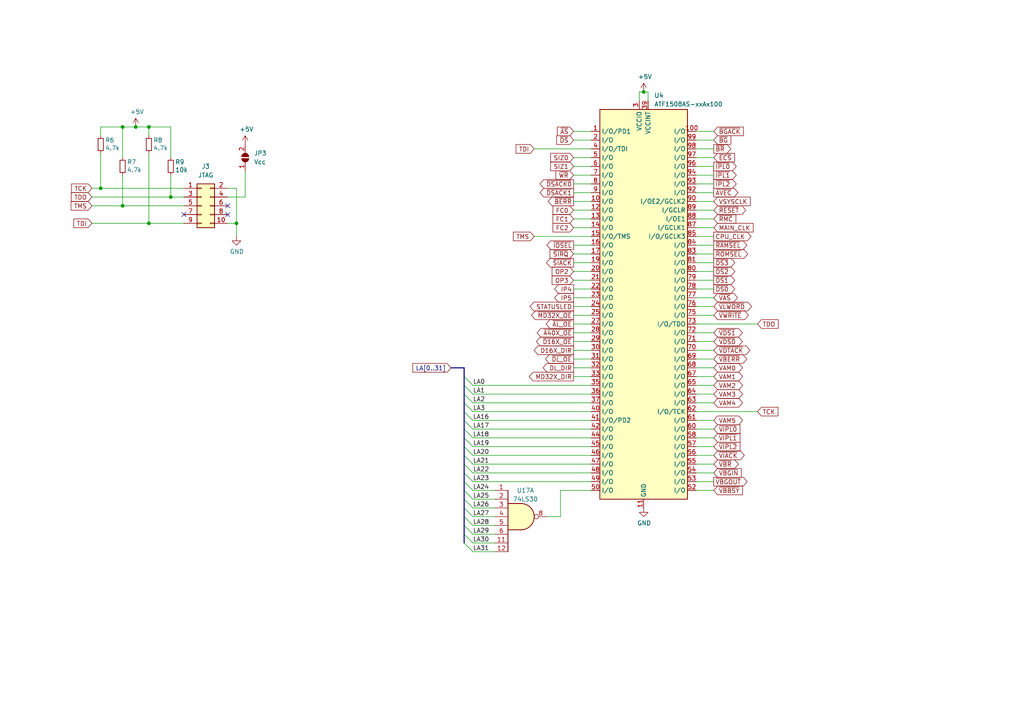
<source format=kicad_sch>
(kicad_sch (version 20231120) (generator "eeschema") (generator_version "8.0")
  (paper "A4")
  (title_block (title "k30p-VME") (rev "1"))
  (lib_symbols
    (symbol "74xx:74LS30" (pin_names (offset 1.016))
      (property "Reference" "U" (at 0 1.27 0))
      (property "Value" "74LS30" (at 0 -1.27 0))
      (symbol "74LS30_1_1"
        (arc (start 0 -3.81) (mid 3.7934 0) (end 0 3.81) (stroke (width 0.254)) (fill (type background)))
        (polyline (pts (xy -3.81 7.62) (xy -3.81 -10.16)) (stroke (width 0.254)))
        (polyline (pts (xy 0 3.81) (xy -3.81 3.81) (xy -3.81 -3.81) (xy 0 -3.81)) (stroke (width 0.254)) (fill (type background)))
        (pin input line (at -7.62 7.62 0) (length 3.81) (name "~") (number "1"))
        (pin input line (at -7.62 -7.62 0) (length 3.81) (name "~") (number "11"))
        (pin input line (at -7.62 -10.16 0) (length 3.81) (name "~") (number "12"))
        (pin input line (at -7.62 5.08 0) (length 3.81) (name "~") (number "2"))
        (pin input line (at -7.62 2.54 0) (length 3.81) (name "~") (number "3"))
        (pin input line (at -7.62 0 0) (length 3.81) (name "~") (number "4"))
        (pin input line (at -7.62 -2.54 0) (length 3.81) (name "~") (number "5"))
        (pin input line (at -7.62 -5.08 0) (length 3.81) (name "~") (number "6"))
        (pin output inverted (at 7.62 0 180) (length 3.81) (name "~") (number "8"))
      )
      (symbol "74LS30_1_2"
        (arc (start -3.81 -3.81) (mid -2.589 0) (end -3.81 3.81) (stroke (width 0.254)))
        (arc (start -0.6096 -3.81) (mid 2.1842 -2.5851) (end 3.81 0) (stroke (width 0.254)) (fill (type background)))
        (polyline (pts (xy -3.81 -3.81) (xy -3.81 -10.16)) (stroke (width 0.254)))
        (polyline (pts (xy -3.81 -3.81) (xy -0.635 -3.81)) (stroke (width 0.254)) (fill (type background)))
        (polyline (pts (xy -3.81 3.81) (xy -0.635 3.81)) (stroke (width 0.254)) (fill (type background)))
        (polyline (pts (xy -3.81 7.62) (xy -3.81 3.81)) (stroke (width 0.254)))
        (polyline (pts (xy -0.635 3.81) (xy -3.81 3.81) (xy -3.81 3.81) (xy -3.556 3.4036) (xy -3.0226 2.2606) (xy -2.6924 1.0414) (xy -2.6162 -0.254) (xy -2.7686 -1.4986) (xy -3.175 -2.7178) (xy -3.81 -3.81) (xy -3.81 -3.81) (xy -0.635 -3.81)) (stroke (width -25.4)) (fill (type background)))
        (arc (start 3.81 0) (mid 2.1915 2.5936) (end -0.6096 3.81) (stroke (width 0.254)) (fill (type background)))
        (pin input inverted (at -7.62 7.62 0) (length 3.81) (name "~") (number "1"))
        (pin input inverted (at -7.62 -7.62 0) (length 3.81) (name "~") (number "11"))
        (pin input inverted (at -7.62 -10.16 0) (length 3.81) (name "~") (number "12"))
        (pin input inverted (at -7.62 5.08 0) (length 3.81) (name "~") (number "2"))
        (pin input inverted (at -7.62 2.54 0) (length 4.5466) (name "~") (number "3"))
        (pin input inverted (at -7.62 0 0) (length 5.08) (name "~") (number "4"))
        (pin input inverted (at -7.62 -2.54 0) (length 4.5466) (name "~") (number "5"))
        (pin input inverted (at -7.62 -5.08 0) (length 3.81) (name "~") (number "6"))
        (pin output line (at 7.62 0 180) (length 3.81) (name "~") (number "8"))
      )
      (symbol "74LS30_2_0"
        (pin power_in line (at 0 12.7 270) (length 5.08) (name "VCC") (number "14"))
        (pin power_in line (at 0 -12.7 90) (length 5.08) (name "GND") (number "7"))
      )
      (symbol "74LS30_2_1"
        (rectangle (start -5.08 7.62) (end 5.08 -7.62) (stroke (width 0.254)) (fill (type background)))
      )
    )
    (symbol "Computie_CPLDs:ATF1508AS-xxAx100"
      (property "Reference" "U" (at -12.7 55.88 0))
      (property "Value" "ATF1508AS-xxAx100" (at 22.86 55.88 0))
      (symbol "ATF1508AS-xxAx100_0_1"
        (rectangle (start -12.7 54.61) (end 12.7 -58.42) (stroke (width 0.254)) (fill (type background)))
      )
      (symbol "ATF1508AS-xxAx100_1_1"
        (pin bidirectional line (at -15.24 48.26 0) (length 2.54) (name "I/O/PD1") (number "1"))
        (pin bidirectional line (at -15.24 27.94 0) (length 2.54) (name "I/O") (number "10"))
        (pin bidirectional line (at 15.24 48.26 180) (length 2.54) (name "I/O") (number "100"))
        (pin power_in line (at 0 -60.96 90) (length 2.54) (name "GND") (number "11"))
        (pin bidirectional line (at -15.24 25.4 0) (length 2.54) (name "I/O") (number "12"))
        (pin bidirectional line (at -15.24 22.86 0) (length 2.54) (name "I/O") (number "13"))
        (pin bidirectional line (at -15.24 20.32 0) (length 2.54) (name "I/O") (number "14"))
        (pin bidirectional line (at -15.24 17.78 0) (length 2.54) (name "I/O/TMS") (number "15"))
        (pin bidirectional line (at -15.24 15.24 0) (length 2.54) (name "I/O") (number "16"))
        (pin bidirectional line (at -15.24 12.7 0) (length 2.54) (name "I/O") (number "17"))
        (pin passive line (at -1.27 57.15 270) (length 2.54) hide (name "VCCIO") (number "18"))
        (pin bidirectional line (at -15.24 10.16 0) (length 2.54) (name "I/O") (number "19"))
        (pin bidirectional line (at -15.24 45.72 0) (length 2.54) (name "I/O") (number "2"))
        (pin bidirectional line (at -15.24 7.62 0) (length 2.54) (name "I/O") (number "20"))
        (pin bidirectional line (at -15.24 5.08 0) (length 2.54) (name "I/O") (number "21"))
        (pin bidirectional line (at -15.24 2.54 0) (length 2.54) (name "I/O") (number "22"))
        (pin bidirectional line (at -15.24 0 0) (length 2.54) (name "I/O") (number "23"))
        (pin bidirectional line (at -15.24 -2.54 0) (length 2.54) (name "I/O") (number "24"))
        (pin bidirectional line (at -15.24 -5.08 0) (length 2.54) (name "I/O") (number "25"))
        (pin passive line (at 0 -60.96 90) (length 2.54) hide (name "GND") (number "26"))
        (pin bidirectional line (at -15.24 -7.62 0) (length 2.54) (name "I/O") (number "27"))
        (pin bidirectional line (at -15.24 -10.16 0) (length 2.54) (name "I/O") (number "28"))
        (pin bidirectional line (at -15.24 -12.7 0) (length 2.54) (name "I/O") (number "29"))
        (pin power_in line (at -1.27 57.15 270) (length 2.54) (name "VCCIO") (number "3"))
        (pin bidirectional line (at -15.24 -15.24 0) (length 2.54) (name "I/O") (number "30"))
        (pin bidirectional line (at -15.24 -17.78 0) (length 2.54) (name "I/O") (number "31"))
        (pin bidirectional line (at -15.24 -20.32 0) (length 2.54) (name "I/O") (number "32"))
        (pin bidirectional line (at -15.24 -22.86 0) (length 2.54) (name "I/O") (number "33"))
        (pin passive line (at -1.27 57.15 270) (length 2.54) hide (name "VCCIO") (number "34"))
        (pin bidirectional line (at -15.24 -25.4 0) (length 2.54) (name "I/O") (number "35"))
        (pin bidirectional line (at -15.24 -27.94 0) (length 2.54) (name "I/O") (number "36"))
        (pin bidirectional line (at -15.24 -30.48 0) (length 2.54) (name "I/O") (number "37"))
        (pin passive line (at 0 -60.96 90) (length 2.54) hide (name "GND") (number "38"))
        (pin power_in line (at 1.27 57.15 270) (length 2.54) (name "VCCINT") (number "39"))
        (pin bidirectional line (at -15.24 43.18 0) (length 2.54) (name "I/O/TDI") (number "4"))
        (pin bidirectional line (at -15.24 -33.02 0) (length 2.54) (name "I/O") (number "40"))
        (pin bidirectional line (at -15.24 -35.56 0) (length 2.54) (name "I/O/PD2") (number "41"))
        (pin bidirectional line (at -15.24 -38.1 0) (length 2.54) (name "I/O") (number "42"))
        (pin passive line (at 0 -60.96 90) (length 2.54) hide (name "GND") (number "43"))
        (pin bidirectional line (at -15.24 -40.64 0) (length 2.54) (name "I/O") (number "44"))
        (pin bidirectional line (at -15.24 -43.18 0) (length 2.54) (name "I/O") (number "45"))
        (pin bidirectional line (at -15.24 -45.72 0) (length 2.54) (name "I/O") (number "46"))
        (pin bidirectional line (at -15.24 -48.26 0) (length 2.54) (name "I/O") (number "47"))
        (pin bidirectional line (at -15.24 -50.8 0) (length 2.54) (name "I/O") (number "48"))
        (pin bidirectional line (at -15.24 -53.34 0) (length 2.54) (name "I/O") (number "49"))
        (pin bidirectional line (at -15.24 40.64 0) (length 2.54) (name "I/O") (number "5"))
        (pin bidirectional line (at -15.24 -55.88 0) (length 2.54) (name "I/O") (number "50"))
        (pin passive line (at -1.27 57.15 270) (length 2.54) hide (name "VCCIO") (number "51"))
        (pin bidirectional line (at 15.24 -55.88 180) (length 2.54) (name "I/O") (number "52"))
        (pin bidirectional line (at 15.24 -53.34 180) (length 2.54) (name "I/O") (number "53"))
        (pin bidirectional line (at 15.24 -50.8 180) (length 2.54) (name "I/O") (number "54"))
        (pin bidirectional line (at 15.24 -48.26 180) (length 2.54) (name "I/O") (number "55"))
        (pin bidirectional line (at 15.24 -45.72 180) (length 2.54) (name "I/O") (number "56"))
        (pin bidirectional line (at 15.24 -43.18 180) (length 2.54) (name "I/O") (number "57"))
        (pin bidirectional line (at 15.24 -40.64 180) (length 2.54) (name "I/O") (number "58"))
        (pin passive line (at 0 -60.96 90) (length 2.54) hide (name "GND") (number "59"))
        (pin bidirectional line (at -15.24 38.1 0) (length 2.54) (name "I/O") (number "6"))
        (pin bidirectional line (at 15.24 -38.1 180) (length 2.54) (name "I/O") (number "60"))
        (pin bidirectional line (at 15.24 -35.56 180) (length 2.54) (name "I/O") (number "61"))
        (pin bidirectional line (at 15.24 -33.02 180) (length 2.54) (name "I/O/TCK") (number "62"))
        (pin bidirectional line (at 15.24 -30.48 180) (length 2.54) (name "I/O") (number "63"))
        (pin bidirectional line (at 15.24 -27.94 180) (length 2.54) (name "I/O") (number "64"))
        (pin bidirectional line (at 15.24 -25.4 180) (length 2.54) (name "I/O") (number "65"))
        (pin passive line (at -1.27 57.15 270) (length 2.54) hide (name "VCCIO") (number "66"))
        (pin bidirectional line (at 15.24 -22.86 180) (length 2.54) (name "I/O") (number "67"))
        (pin bidirectional line (at 15.24 -20.32 180) (length 2.54) (name "I/O") (number "68"))
        (pin bidirectional line (at 15.24 -17.78 180) (length 2.54) (name "I/O") (number "69"))
        (pin bidirectional line (at -15.24 35.56 0) (length 2.54) (name "I/O") (number "7"))
        (pin bidirectional line (at 15.24 -15.24 180) (length 2.54) (name "I/O") (number "70"))
        (pin bidirectional line (at 15.24 -12.7 180) (length 2.54) (name "I/O") (number "71"))
        (pin bidirectional line (at 15.24 -10.16 180) (length 2.54) (name "I/O") (number "72"))
        (pin bidirectional line (at 15.24 -7.62 180) (length 2.54) (name "I/O/TDO") (number "73"))
        (pin passive line (at 0 -60.96 90) (length 2.54) hide (name "GND") (number "74"))
        (pin bidirectional line (at 15.24 -5.08 180) (length 2.54) (name "I/O") (number "75"))
        (pin bidirectional line (at 15.24 -2.54 180) (length 2.54) (name "I/O") (number "76"))
        (pin bidirectional line (at 15.24 0 180) (length 2.54) (name "I/O") (number "77"))
        (pin bidirectional line (at 15.24 2.54 180) (length 2.54) (name "I/O") (number "78"))
        (pin bidirectional line (at 15.24 5.08 180) (length 2.54) (name "I/O") (number "79"))
        (pin bidirectional line (at -15.24 33.02 0) (length 2.54) (name "I/O") (number "8"))
        (pin bidirectional line (at 15.24 7.62 180) (length 2.54) (name "I/O") (number "80"))
        (pin bidirectional line (at 15.24 10.16 180) (length 2.54) (name "I/O") (number "81"))
        (pin passive line (at -1.27 57.15 270) (length 2.54) hide (name "VCCIO") (number "82"))
        (pin bidirectional line (at 15.24 12.7 180) (length 2.54) (name "I/O") (number "83"))
        (pin bidirectional line (at 15.24 15.24 180) (length 2.54) (name "I/O") (number "84"))
        (pin bidirectional line (at 15.24 17.78 180) (length 2.54) (name "I/O/GCLK3") (number "85"))
        (pin passive line (at 0 -60.96 90) (length 2.54) hide (name "GND") (number "86"))
        (pin input line (at 15.24 20.32 180) (length 2.54) (name "I/GCLK1") (number "87"))
        (pin input line (at 15.24 22.86 180) (length 2.54) (name "I/OE1") (number "88"))
        (pin input line (at 15.24 25.4 180) (length 2.54) (name "I/GCLR") (number "89"))
        (pin bidirectional line (at -15.24 30.48 0) (length 2.54) (name "I/O") (number "9"))
        (pin input line (at 15.24 27.94 180) (length 2.54) (name "I/OE2/GCLK2") (number "90"))
        (pin passive line (at 1.27 57.15 270) (length 2.54) hide (name "VCCINT") (number "91"))
        (pin bidirectional line (at 15.24 30.48 180) (length 2.54) (name "I/O") (number "92"))
        (pin bidirectional line (at 15.24 33.02 180) (length 2.54) (name "I/O") (number "93"))
        (pin bidirectional line (at 15.24 35.56 180) (length 2.54) (name "I/O") (number "94"))
        (pin passive line (at 0 -60.96 90) (length 2.54) hide (name "GND") (number "95"))
        (pin bidirectional line (at 15.24 38.1 180) (length 2.54) (name "I/O") (number "96"))
        (pin bidirectional line (at 15.24 40.64 180) (length 2.54) (name "I/O") (number "97"))
        (pin bidirectional line (at 15.24 43.18 180) (length 2.54) (name "I/O") (number "98"))
        (pin bidirectional line (at 15.24 45.72 180) (length 2.54) (name "I/O") (number "99"))
      )
    )
    (symbol "Connector_Generic:Conn_02x05_Odd_Even" (pin_names (offset 1.016) hide)
      (property "Reference" "J" (at 1.27 7.62 0))
      (property "Value" "Conn_02x05_Odd_Even" (at 1.27 -7.62 0))
      (symbol "Conn_02x05_Odd_Even_1_1"
        (rectangle (start -1.27 -4.953) (end 0 -5.207) (stroke (width 0.1524)))
        (rectangle (start -1.27 -2.413) (end 0 -2.667) (stroke (width 0.1524)))
        (rectangle (start -1.27 0.127) (end 0 -0.127) (stroke (width 0.1524)))
        (rectangle (start -1.27 2.667) (end 0 2.413) (stroke (width 0.1524)))
        (rectangle (start -1.27 5.207) (end 0 4.953) (stroke (width 0.1524)))
        (rectangle (start -1.27 6.35) (end 3.81 -6.35) (stroke (width 0.254)) (fill (type background)))
        (rectangle (start 3.81 -4.953) (end 2.54 -5.207) (stroke (width 0.1524)))
        (rectangle (start 3.81 -2.413) (end 2.54 -2.667) (stroke (width 0.1524)))
        (rectangle (start 3.81 0.127) (end 2.54 -0.127) (stroke (width 0.1524)))
        (rectangle (start 3.81 2.667) (end 2.54 2.413) (stroke (width 0.1524)))
        (rectangle (start 3.81 5.207) (end 2.54 4.953) (stroke (width 0.1524)))
        (pin passive line (at -5.08 5.08 0) (length 3.81) (name "Pin_1") (number "1"))
        (pin passive line (at 7.62 -5.08 180) (length 3.81) (name "Pin_10") (number "10"))
        (pin passive line (at 7.62 5.08 180) (length 3.81) (name "Pin_2") (number "2"))
        (pin passive line (at -5.08 2.54 0) (length 3.81) (name "Pin_3") (number "3"))
        (pin passive line (at 7.62 2.54 180) (length 3.81) (name "Pin_4") (number "4"))
        (pin passive line (at -5.08 0 0) (length 3.81) (name "Pin_5") (number "5"))
        (pin passive line (at 7.62 0 180) (length 3.81) (name "Pin_6") (number "6"))
        (pin passive line (at -5.08 -2.54 0) (length 3.81) (name "Pin_7") (number "7"))
        (pin passive line (at 7.62 -2.54 180) (length 3.81) (name "Pin_8") (number "8"))
        (pin passive line (at -5.08 -5.08 0) (length 3.81) (name "Pin_9") (number "9"))
      )
    )
    (symbol "Device:R_Small" (pin_numbers hide) (pin_names (offset 0.254) hide)
      (property "Reference" "R" (at 0.762 0.508 0))
      (property "Value" "R_Small" (at 0.762 -1.016 0))
      (symbol "R_Small_0_1"
        (rectangle (start -0.762 1.778) (end 0.762 -1.778) (stroke (width 0.2032)))
      )
      (symbol "R_Small_1_1"
        (pin passive line (at 0 2.54 270) (length 0.762) (name "~") (number "1"))
        (pin passive line (at 0 -2.54 90) (length 0.762) (name "~") (number "2"))
      )
    )
    (symbol "Jumper:SolderJumper_2_Open" (pin_names (offset 0) hide)
      (property "Reference" "JP" (at 0 2.032 0))
      (property "Value" "SolderJumper_2_Open" (at 0 -2.54 0))
      (symbol "SolderJumper_2_Open_0_1"
        (arc (start -0.254 1.016) (mid -1.2656 0) (end -0.254 -1.016))
        (arc (start -0.254 1.016) (mid -1.2656 0) (end -0.254 -1.016) (fill (type outline)))
        (polyline (pts (xy -0.254 1.016) (xy -0.254 -1.016)))
        (polyline (pts (xy 0.254 1.016) (xy 0.254 -1.016)))
        (arc (start 0.254 -1.016) (mid 1.2656 0) (end 0.254 1.016))
        (arc (start 0.254 -1.016) (mid 1.2656 0) (end 0.254 1.016) (fill (type outline)))
      )
      (symbol "SolderJumper_2_Open_1_1"
        (pin passive line (at -3.81 0 0) (length 2.54) (name "A") (number "1"))
        (pin passive line (at 3.81 0 180) (length 2.54) (name "B") (number "2"))
      )
    )
    (symbol "power:+5V" (power) (pin_numbers hide) (pin_names (offset 0) hide)
      (property "Value" "+5V" (at 0 3.556 0))
      (symbol "+5V_0_1"
        (polyline (pts (xy -0.762 1.27) (xy 0 2.54)))
        (polyline (pts (xy 0 0) (xy 0 2.54)))
        (polyline (pts (xy 0 2.54) (xy 0.762 1.27)))
      )
      (symbol "+5V_1_1"
        (pin power_in line (at 0 0 90) (length 0) (name "~") (number "1"))
      )
    )
    (symbol "power:GND" (power) (pin_numbers hide) (pin_names (offset 0) hide)
      (property "Value" "GND" (at 0 -3.81 0))
      (symbol "GND_0_1"
        (polyline (pts (xy 0 0) (xy 0 -1.27) (xy 1.27 -1.27) (xy 0 -2.54) (xy -1.27 -1.27) (xy 0 -1.27)))
      )
      (symbol "GND_1_1"
        (pin power_in line (at 0 0 270) (length 0) (name "~") (number "1"))
      )
    )
  )
  (junction (at 39.37 36.83))
  (junction (at 49.53 57.15))
  (junction (at 35.56 36.83))
  (junction (at 43.18 36.83))
  (junction (at 43.18 64.77))
  (junction (at 186.69 26.67))
  (junction (at 68.58 64.77))
  (junction (at 29.21 54.61))
  (junction (at 35.56 59.69))
  (no_connect (at 53.34 62.23))
  (no_connect (at 66.04 62.23))
  (no_connect (at 66.04 59.69))
  (bus_entry (at 134.62 147.32) (size 2.54 2.54))
  (bus_entry (at 134.62 116.84) (size 2.54 2.54))
  (bus_entry (at 134.62 111.76) (size 2.54 2.54))
  (bus_entry (at 134.62 132.08) (size 2.54 2.54))
  (bus_entry (at 134.62 114.3) (size 2.54 2.54))
  (bus_entry (at 134.62 127) (size 2.54 2.54))
  (bus_entry (at 134.62 121.92) (size 2.54 2.54))
  (bus_entry (at 134.62 149.86) (size 2.54 2.54))
  (bus_entry (at 134.62 152.4) (size 2.54 2.54))
  (bus_entry (at 134.62 109.22) (size 2.54 2.54))
  (bus_entry (at 134.62 157.48) (size 2.54 2.54))
  (bus_entry (at 134.62 137.16) (size 2.54 2.54))
  (bus_entry (at 134.62 154.94) (size 2.54 2.54))
  (bus_entry (at 134.62 134.62) (size 2.54 2.54))
  (bus_entry (at 134.62 129.54) (size 2.54 2.54))
  (bus_entry (at 134.62 144.78) (size 2.54 2.54))
  (bus_entry (at 134.62 119.38) (size 2.54 2.54))
  (bus_entry (at 134.62 124.46) (size 2.54 2.54))
  (bus_entry (at 134.62 142.24) (size 2.54 2.54))
  (bus_entry (at 134.62 139.7) (size 2.54 2.54))
  (wire (pts (xy 201.93 139.7) (xy 207.01 139.7)))
  (wire (pts (xy 137.16 127) (xy 171.45 127)))
  (wire (pts (xy 66.04 57.15) (xy 71.12 57.15)))
  (wire (pts (xy 187.96 29.21) (xy 187.96 26.67)))
  (wire (pts (xy 171.45 109.22) (xy 166.37 109.22)))
  (wire (pts (xy 166.37 58.42) (xy 171.45 58.42)))
  (wire (pts (xy 39.37 36.83) (xy 43.18 36.83)))
  (bus (pts (xy 134.62 119.38) (xy 134.62 121.92)))
  (wire (pts (xy 68.58 64.77) (xy 68.58 68.58)))
  (bus (pts (xy 134.62 147.32) (xy 134.62 149.86)))
  (wire (pts (xy 201.93 127) (xy 207.01 127)))
  (wire (pts (xy 171.45 78.74) (xy 166.37 78.74)))
  (bus (pts (xy 130.81 106.68) (xy 134.62 106.68)))
  (bus (pts (xy 134.62 121.92) (xy 134.62 124.46)))
  (wire (pts (xy 207.01 43.18) (xy 201.93 43.18)))
  (wire (pts (xy 137.16 124.46) (xy 171.45 124.46)))
  (wire (pts (xy 166.37 76.2) (xy 171.45 76.2)))
  (wire (pts (xy 166.37 55.88) (xy 171.45 55.88)))
  (wire (pts (xy 29.21 54.61) (xy 26.67 54.61)))
  (wire (pts (xy 207.01 50.8) (xy 201.93 50.8)))
  (wire (pts (xy 201.93 101.6) (xy 207.01 101.6)))
  (wire (pts (xy 71.12 49.53) (xy 71.12 57.15)))
  (wire (pts (xy 26.67 64.77) (xy 43.18 64.77)))
  (wire (pts (xy 162.56 149.86) (xy 162.56 142.24)))
  (wire (pts (xy 201.93 109.22) (xy 207.01 109.22)))
  (wire (pts (xy 166.37 66.04) (xy 171.45 66.04)))
  (wire (pts (xy 201.93 45.72) (xy 207.01 45.72)))
  (wire (pts (xy 137.16 129.54) (xy 171.45 129.54)))
  (wire (pts (xy 66.04 54.61) (xy 68.58 54.61)))
  (wire (pts (xy 137.16 139.7) (xy 171.45 139.7)))
  (wire (pts (xy 201.93 58.42) (xy 207.01 58.42)))
  (bus (pts (xy 134.62 124.46) (xy 134.62 127)))
  (wire (pts (xy 201.93 121.92) (xy 207.01 121.92)))
  (wire (pts (xy 43.18 64.77) (xy 53.34 64.77)))
  (wire (pts (xy 171.45 93.98) (xy 166.37 93.98)))
  (wire (pts (xy 171.45 101.6) (xy 166.37 101.6)))
  (wire (pts (xy 207.01 48.26) (xy 201.93 48.26)))
  (wire (pts (xy 171.45 88.9) (xy 166.37 88.9)))
  (wire (pts (xy 29.21 39.37) (xy 29.21 36.83)))
  (wire (pts (xy 35.56 59.69) (xy 53.34 59.69)))
  (bus (pts (xy 134.62 114.3) (xy 134.62 116.84)))
  (wire (pts (xy 43.18 36.83) (xy 43.18 39.37)))
  (wire (pts (xy 201.93 106.68) (xy 207.01 106.68)))
  (wire (pts (xy 207.01 40.64) (xy 201.93 40.64)))
  (wire (pts (xy 137.16 144.78) (xy 143.51 144.78)))
  (wire (pts (xy 207.01 53.34) (xy 201.93 53.34)))
  (wire (pts (xy 137.16 111.76) (xy 171.45 111.76)))
  (bus (pts (xy 134.62 137.16) (xy 134.62 139.7)))
  (bus (pts (xy 134.62 111.76) (xy 134.62 114.3)))
  (wire (pts (xy 201.93 88.9) (xy 207.01 88.9)))
  (wire (pts (xy 201.93 68.58) (xy 207.01 68.58)))
  (wire (pts (xy 201.93 129.54) (xy 207.01 129.54)))
  (wire (pts (xy 29.21 54.61) (xy 53.34 54.61)))
  (bus (pts (xy 134.62 109.22) (xy 134.62 111.76)))
  (wire (pts (xy 171.45 106.68) (xy 166.37 106.68)))
  (bus (pts (xy 134.62 142.24) (xy 134.62 144.78)))
  (wire (pts (xy 137.16 152.4) (xy 143.51 152.4)))
  (wire (pts (xy 166.37 40.64) (xy 171.45 40.64)))
  (wire (pts (xy 166.37 60.96) (xy 171.45 60.96)))
  (wire (pts (xy 201.93 96.52) (xy 207.01 96.52)))
  (wire (pts (xy 137.16 160.02) (xy 143.51 160.02)))
  (wire (pts (xy 201.93 66.04) (xy 207.01 66.04)))
  (wire (pts (xy 219.71 93.98) (xy 201.93 93.98)))
  (bus (pts (xy 134.62 116.84) (xy 134.62 119.38)))
  (wire (pts (xy 171.45 86.36) (xy 166.37 86.36)))
  (wire (pts (xy 201.93 60.96) (xy 207.01 60.96)))
  (wire (pts (xy 137.16 149.86) (xy 143.51 149.86)))
  (wire (pts (xy 137.16 142.24) (xy 143.51 142.24)))
  (wire (pts (xy 201.93 116.84) (xy 207.01 116.84)))
  (wire (pts (xy 207.01 73.66) (xy 201.93 73.66)))
  (wire (pts (xy 201.93 114.3) (xy 207.01 114.3)))
  (wire (pts (xy 166.37 50.8) (xy 171.45 50.8)))
  (wire (pts (xy 201.93 142.24) (xy 207.01 142.24)))
  (wire (pts (xy 207.01 71.12) (xy 201.93 71.12)))
  (wire (pts (xy 201.93 99.06) (xy 207.01 99.06)))
  (wire (pts (xy 35.56 59.69) (xy 26.67 59.69)))
  (wire (pts (xy 68.58 54.61) (xy 68.58 64.77)))
  (wire (pts (xy 137.16 137.16) (xy 171.45 137.16)))
  (wire (pts (xy 201.93 134.62) (xy 207.01 134.62)))
  (bus (pts (xy 134.62 106.68) (xy 134.62 109.22)))
  (wire (pts (xy 171.45 83.82) (xy 166.37 83.82)))
  (wire (pts (xy 166.37 71.12) (xy 171.45 71.12)))
  (wire (pts (xy 137.16 121.92) (xy 171.45 121.92)))
  (bus (pts (xy 134.62 154.94) (xy 134.62 157.48)))
  (wire (pts (xy 49.53 50.8) (xy 49.53 57.15)))
  (wire (pts (xy 137.16 116.84) (xy 171.45 116.84)))
  (wire (pts (xy 207.01 78.74) (xy 201.93 78.74)))
  (wire (pts (xy 137.16 157.48) (xy 143.51 157.48)))
  (wire (pts (xy 49.53 57.15) (xy 53.34 57.15)))
  (wire (pts (xy 166.37 53.34) (xy 171.45 53.34)))
  (wire (pts (xy 66.04 64.77) (xy 68.58 64.77)))
  (bus (pts (xy 134.62 129.54) (xy 134.62 132.08)))
  (wire (pts (xy 43.18 44.45) (xy 43.18 64.77)))
  (wire (pts (xy 207.01 83.82) (xy 201.93 83.82)))
  (wire (pts (xy 207.01 55.88) (xy 201.93 55.88)))
  (wire (pts (xy 137.16 119.38) (xy 171.45 119.38)))
  (wire (pts (xy 201.93 124.46) (xy 207.01 124.46)))
  (bus (pts (xy 134.62 149.86) (xy 134.62 152.4)))
  (bus (pts (xy 134.62 139.7) (xy 134.62 142.24)))
  (wire (pts (xy 166.37 38.1) (xy 171.45 38.1)))
  (wire (pts (xy 35.56 50.8) (xy 35.56 59.69)))
  (bus (pts (xy 134.62 127) (xy 134.62 129.54)))
  (wire (pts (xy 137.16 134.62) (xy 171.45 134.62)))
  (wire (pts (xy 171.45 96.52) (xy 166.37 96.52)))
  (wire (pts (xy 162.56 142.24) (xy 171.45 142.24)))
  (wire (pts (xy 166.37 63.5) (xy 171.45 63.5)))
  (wire (pts (xy 201.93 119.38) (xy 219.71 119.38)))
  (wire (pts (xy 207.01 81.28) (xy 201.93 81.28)))
  (wire (pts (xy 137.16 147.32) (xy 143.51 147.32)))
  (wire (pts (xy 201.93 104.14) (xy 207.01 104.14)))
  (wire (pts (xy 207.01 38.1) (xy 201.93 38.1)))
  (wire (pts (xy 137.16 114.3) (xy 171.45 114.3)))
  (wire (pts (xy 137.16 154.94) (xy 143.51 154.94)))
  (wire (pts (xy 29.21 44.45) (xy 29.21 54.61)))
  (wire (pts (xy 166.37 73.66) (xy 171.45 73.66)))
  (bus (pts (xy 134.62 134.62) (xy 134.62 137.16)))
  (bus (pts (xy 134.62 132.08) (xy 134.62 134.62)))
  (wire (pts (xy 158.75 149.86) (xy 162.56 149.86)))
  (wire (pts (xy 171.45 68.58) (xy 154.94 68.58)))
  (wire (pts (xy 171.45 99.06) (xy 166.37 99.06)))
  (wire (pts (xy 201.93 86.36) (xy 207.01 86.36)))
  (wire (pts (xy 171.45 104.14) (xy 166.37 104.14)))
  (wire (pts (xy 201.93 63.5) (xy 207.01 63.5)))
  (wire (pts (xy 185.42 29.21) (xy 185.42 26.67)))
  (wire (pts (xy 137.16 132.08) (xy 171.45 132.08)))
  (wire (pts (xy 49.53 45.72) (xy 49.53 36.83)))
  (wire (pts (xy 187.96 26.67) (xy 186.69 26.67)))
  (wire (pts (xy 171.45 81.28) (xy 166.37 81.28)))
  (wire (pts (xy 201.93 137.16) (xy 207.01 137.16)))
  (wire (pts (xy 201.93 111.76) (xy 207.01 111.76)))
  (wire (pts (xy 26.67 57.15) (xy 49.53 57.15)))
  (wire (pts (xy 171.45 91.44) (xy 166.37 91.44)))
  (wire (pts (xy 35.56 36.83) (xy 39.37 36.83)))
  (bus (pts (xy 134.62 152.4) (xy 134.62 154.94)))
  (wire (pts (xy 201.93 132.08) (xy 207.01 132.08)))
  (bus (pts (xy 134.62 144.78) (xy 134.62 147.32)))
  (wire (pts (xy 166.37 48.26) (xy 171.45 48.26)))
  (wire (pts (xy 154.94 43.18) (xy 171.45 43.18)))
  (wire (pts (xy 185.42 26.67) (xy 186.69 26.67)))
  (wire (pts (xy 29.21 36.83) (xy 35.56 36.83)))
  (wire (pts (xy 207.01 76.2) (xy 201.93 76.2)))
  (wire (pts (xy 35.56 36.83) (xy 35.56 45.72)))
  (wire (pts (xy 43.18 36.83) (xy 49.53 36.83)))
  (wire (pts (xy 201.93 91.44) (xy 207.01 91.44)))
  (wire (pts (xy 166.37 45.72) (xy 171.45 45.72)))
  (label "LA24" (at 137.16 142.24 0))
  (label "LA2" (at 137.16 116.84 0))
  (label "LA18" (at 137.16 127 0))
  (label "LA23" (at 137.16 139.7 0))
  (label "LA16" (at 137.16 121.92 0))
  (label "LA28" (at 137.16 152.4 0))
  (label "LA31" (at 137.16 160.02 0))
  (label "LA19" (at 137.16 129.54 0))
  (label "LA0" (at 137.16 111.76 0))
  (label "LA22" (at 137.16 137.16 0))
  (label "LA17" (at 137.16 124.46 0))
  (label "LA30" (at 137.16 157.48 0))
  (label "LA29" (at 137.16 154.94 0))
  (label "LA27" (at 137.16 149.86 0))
  (label "LA20" (at 137.16 132.08 0))
  (label "LA1" (at 137.16 114.3 0))
  (label "LA25" (at 137.16 144.78 0))
  (label "LA26" (at 137.16 147.32 0))
  (label "LA3" (at 137.16 119.38 0))
  (label "LA21" (at 137.16 134.62 0))
  (global_label "~{AVEC}" (shape output) (at 207.01 55.88 0) (property "Intersheetrefs" "${INTERSHEET_REFS}" (effects (hide yes))))
  (global_label "FC1" (shape input) (at 166.37 63.5 180) (property "Intersheetrefs" "${INTERSHEET_REFS}" (effects (hide yes))))
  (global_label "~{AS}" (shape input) (at 166.37 38.1 180) (property "Intersheetrefs" "${INTERSHEET_REFS}" (effects (hide yes))))
  (global_label "MAIN_CLK" (shape input) (at 207.01 66.04 0) (property "Intersheetrefs" "${INTERSHEET_REFS}" (effects (hide yes))))
  (global_label "~{VIPL2}" (shape input) (at 207.01 129.54 0) (property "Intersheetrefs" "${INTERSHEET_REFS}" (effects (hide yes))))
  (global_label "~{RESET}" (shape bidirectional) (at 207.01 60.96 0) (property "Intersheetrefs" "${INTERSHEET_REFS}" (effects (hide yes))))
  (global_label "TDI" (shape input) (at 154.94 43.18 180) (property "Intersheetrefs" "${INTERSHEET_REFS}" (effects (hide yes))))
  (global_label "~{VWRITE}" (shape bidirectional) (at 207.01 91.44 0) (property "Intersheetrefs" "${INTERSHEET_REFS}" (effects (hide yes))))
  (global_label "~{IPL2}" (shape output) (at 207.01 53.34 0) (property "Intersheetrefs" "${INTERSHEET_REFS}" (effects (hide yes))))
  (global_label "TDO" (shape input) (at 219.71 93.98 0) (property "Intersheetrefs" "${INTERSHEET_REFS}" (effects (hide yes))))
  (global_label "~{A40X_OE}" (shape output) (at 166.37 96.52 180) (property "Intersheetrefs" "${INTERSHEET_REFS}" (effects (hide yes))))
  (global_label "STATUSLED" (shape output) (at 166.37 88.9 180) (property "Intersheetrefs" "${INTERSHEET_REFS}" (effects (hide yes))))
  (global_label "SIZ0" (shape input) (at 166.37 45.72 180) (property "Intersheetrefs" "${INTERSHEET_REFS}" (effects (hide yes))))
  (global_label "~{BR}" (shape output) (at 207.01 43.18 0) (property "Intersheetrefs" "${INTERSHEET_REFS}" (effects (hide yes))))
  (global_label "TCK" (shape input) (at 26.67 54.61 180) (property "Intersheetrefs" "${INTERSHEET_REFS}" (effects (hide yes))))
  (global_label "~{SIRQ}" (shape input) (at 166.37 73.66 180) (property "Intersheetrefs" "${INTERSHEET_REFS}" (effects (hide yes))))
  (global_label "~{VBBSY}" (shape input) (at 207.01 142.24 0) (property "Intersheetrefs" "${INTERSHEET_REFS}" (effects (hide yes))))
  (global_label "~{IOSEL}" (shape output) (at 166.37 71.12 180) (property "Intersheetrefs" "${INTERSHEET_REFS}" (effects (hide yes))))
  (global_label "~{RMC}" (shape input) (at 207.01 63.5 0) (property "Intersheetrefs" "${INTERSHEET_REFS}" (effects (hide yes))))
  (global_label "SIZ1" (shape input) (at 166.37 48.26 180) (property "Intersheetrefs" "${INTERSHEET_REFS}" (effects (hide yes))))
  (global_label "~{VDS1}" (shape bidirectional) (at 207.01 96.52 0) (property "Intersheetrefs" "${INTERSHEET_REFS}" (effects (hide yes))))
  (global_label "VAM0" (shape bidirectional) (at 207.01 106.68 0) (property "Intersheetrefs" "${INTERSHEET_REFS}" (effects (hide yes))))
  (global_label "~{DSACK1}" (shape output) (at 166.37 55.88 180) (property "Intersheetrefs" "${INTERSHEET_REFS}" (effects (hide yes))))
  (global_label "~{DS0}" (shape output) (at 207.01 83.82 0) (property "Intersheetrefs" "${INTERSHEET_REFS}" (effects (hide yes))))
  (global_label "~{IPL0}" (shape output) (at 207.01 48.26 0) (property "Intersheetrefs" "${INTERSHEET_REFS}" (effects (hide yes))))
  (global_label "~{SIACK}" (shape output) (at 166.37 76.2 180) (property "Intersheetrefs" "${INTERSHEET_REFS}" (effects (hide yes))))
  (global_label "~{ROMSEL}" (shape output) (at 207.01 73.66 0) (property "Intersheetrefs" "${INTERSHEET_REFS}" (effects (hide yes))))
  (global_label "D16X_DIR" (shape output) (at 166.37 101.6 180) (property "Intersheetrefs" "${INTERSHEET_REFS}" (effects (hide yes))))
  (global_label "~{VBGIN}" (shape input) (at 207.01 137.16 0) (property "Intersheetrefs" "${INTERSHEET_REFS}" (effects (hide yes))))
  (global_label "TMS" (shape input) (at 26.67 59.69 180) (property "Intersheetrefs" "${INTERSHEET_REFS}" (effects (hide yes))))
  (global_label "VAM5" (shape bidirectional) (at 207.01 121.92 0) (property "Intersheetrefs" "${INTERSHEET_REFS}" (effects (hide yes))))
  (global_label "FC2" (shape input) (at 166.37 66.04 180) (property "Intersheetrefs" "${INTERSHEET_REFS}" (effects (hide yes))))
  (global_label "~{DS}" (shape input) (at 166.37 40.64 180) (property "Intersheetrefs" "${INTERSHEET_REFS}" (effects (hide yes))))
  (global_label "~{D16X_OE}" (shape output) (at 166.37 99.06 180) (property "Intersheetrefs" "${INTERSHEET_REFS}" (effects (hide yes))))
  (global_label "~{DL_OE}" (shape output) (at 166.37 104.14 180) (property "Intersheetrefs" "${INTERSHEET_REFS}" (effects (hide yes))))
  (global_label "~{MD32X_OE}" (shape output) (at 166.37 91.44 180) (property "Intersheetrefs" "${INTERSHEET_REFS}" (effects (hide yes))))
  (global_label "~{BG}" (shape input) (at 207.01 40.64 0) (property "Intersheetrefs" "${INTERSHEET_REFS}" (effects (hide yes))))
  (global_label "~{VAS}" (shape bidirectional) (at 207.01 86.36 0) (property "Intersheetrefs" "${INTERSHEET_REFS}" (effects (hide yes))))
  (global_label "FC0" (shape input) (at 166.37 60.96 180) (property "Intersheetrefs" "${INTERSHEET_REFS}" (effects (hide yes))))
  (global_label "~{DS2}" (shape output) (at 207.01 78.74 0) (property "Intersheetrefs" "${INTERSHEET_REFS}" (effects (hide yes))))
  (global_label "~{VBGOUT}" (shape output) (at 207.01 139.7 0) (property "Intersheetrefs" "${INTERSHEET_REFS}" (effects (hide yes))))
  (global_label "~{DSACK0}" (shape output) (at 166.37 53.34 180) (property "Intersheetrefs" "${INTERSHEET_REFS}" (effects (hide yes))))
  (global_label "~{VIACK}" (shape bidirectional) (at 207.01 132.08 0) (property "Intersheetrefs" "${INTERSHEET_REFS}" (effects (hide yes))))
  (global_label "~{VIPL0}" (shape input) (at 207.01 124.46 0) (property "Intersheetrefs" "${INTERSHEET_REFS}" (effects (hide yes))))
  (global_label "~{DS1}" (shape output) (at 207.01 81.28 0) (property "Intersheetrefs" "${INTERSHEET_REFS}" (effects (hide yes))))
  (global_label "~{RAMSEL}" (shape output) (at 207.01 71.12 0) (property "Intersheetrefs" "${INTERSHEET_REFS}" (effects (hide yes))))
  (global_label "IP5" (shape output) (at 166.37 86.36 180) (property "Intersheetrefs" "${INTERSHEET_REFS}" (effects (hide yes))))
  (global_label "~{VIPL1}" (shape input) (at 207.01 127 0) (property "Intersheetrefs" "${INTERSHEET_REFS}" (effects (hide yes))))
  (global_label "TDI" (shape input) (at 26.67 64.77 180) (property "Intersheetrefs" "${INTERSHEET_REFS}" (effects (hide yes))))
  (global_label "~{ECS}" (shape input) (at 207.01 45.72 0) (property "Intersheetrefs" "${INTERSHEET_REFS}" (effects (hide yes))))
  (global_label "~{VLWORD}" (shape bidirectional) (at 207.01 88.9 0) (property "Intersheetrefs" "${INTERSHEET_REFS}" (effects (hide yes))))
  (global_label "OP2" (shape input) (at 166.37 78.74 180) (property "Intersheetrefs" "${INTERSHEET_REFS}" (effects (hide yes))))
  (global_label "~{VBR}" (shape bidirectional) (at 207.01 134.62 0) (property "Intersheetrefs" "${INTERSHEET_REFS}" (effects (hide yes))))
  (global_label "~{VDS0}" (shape bidirectional) (at 207.01 99.06 0) (property "Intersheetrefs" "${INTERSHEET_REFS}" (effects (hide yes))))
  (global_label "~{VDTACK}" (shape bidirectional) (at 207.01 101.6 0) (property "Intersheetrefs" "${INTERSHEET_REFS}" (effects (hide yes))))
  (global_label "~{VBERR}" (shape bidirectional) (at 207.01 104.14 0) (property "Intersheetrefs" "${INTERSHEET_REFS}" (effects (hide yes))))
  (global_label "VAM1" (shape bidirectional) (at 207.01 109.22 0) (property "Intersheetrefs" "${INTERSHEET_REFS}" (effects (hide yes))))
  (global_label "VAM4" (shape bidirectional) (at 207.01 116.84 0) (property "Intersheetrefs" "${INTERSHEET_REFS}" (effects (hide yes))))
  (global_label "DL_DIR" (shape output) (at 166.37 106.68 180) (property "Intersheetrefs" "${INTERSHEET_REFS}" (effects (hide yes))))
  (global_label "IP4" (shape output) (at 166.37 83.82 180) (property "Intersheetrefs" "${INTERSHEET_REFS}" (effects (hide yes))))
  (global_label "CPU_CLK" (shape output) (at 207.01 68.58 0) (property "Intersheetrefs" "${INTERSHEET_REFS}" (effects (hide yes))))
  (global_label "~{DS3}" (shape output) (at 207.01 76.2 0) (property "Intersheetrefs" "${INTERSHEET_REFS}" (effects (hide yes))))
  (global_label "TMS" (shape input) (at 154.94 68.58 180) (property "Intersheetrefs" "${INTERSHEET_REFS}" (effects (hide yes))))
  (global_label "~{BGACK}" (shape input) (at 207.01 38.1 0) (property "Intersheetrefs" "${INTERSHEET_REFS}" (effects (hide yes))))
  (global_label "TDO" (shape input) (at 26.67 57.15 180) (property "Intersheetrefs" "${INTERSHEET_REFS}" (effects (hide yes))))
  (global_label "TCK" (shape input) (at 219.71 119.38 0) (property "Intersheetrefs" "${INTERSHEET_REFS}" (effects (hide yes))))
  (global_label "~{IPL1}" (shape output) (at 207.01 50.8 0) (property "Intersheetrefs" "${INTERSHEET_REFS}" (effects (hide yes))))
  (global_label "~{BERR}" (shape output) (at 166.37 58.42 180) (property "Intersheetrefs" "${INTERSHEET_REFS}" (effects (hide yes))))
  (global_label "~{AL_OE}" (shape output) (at 166.37 93.98 180) (property "Intersheetrefs" "${INTERSHEET_REFS}" (effects (hide yes))))
  (global_label "~{WR}" (shape input) (at 166.37 50.8 180) (property "Intersheetrefs" "${INTERSHEET_REFS}" (effects (hide yes))))
  (global_label "VAM2" (shape bidirectional) (at 207.01 111.76 0) (property "Intersheetrefs" "${INTERSHEET_REFS}" (effects (hide yes))))
  (global_label "MD32X_DIR" (shape output) (at 166.37 109.22 180) (property "Intersheetrefs" "${INTERSHEET_REFS}" (effects (hide yes))))
  (global_label "OP3" (shape input) (at 166.37 81.28 180) (property "Intersheetrefs" "${INTERSHEET_REFS}" (effects (hide yes))))
  (global_label "LA[0..31]" (shape input) (at 130.81 106.68 180) (property "Intersheetrefs" "${INTERSHEET_REFS}" (effects (hide yes))))
  (global_label "VSYSCLK" (shape input) (at 207.01 58.42 0) (property "Intersheetrefs" "${INTERSHEET_REFS}" (effects (hide yes))))
  (global_label "VAM3" (shape bidirectional) (at 207.01 114.3 0) (property "Intersheetrefs" "${INTERSHEET_REFS}" (effects (hide yes))))
  (symbol (lib_id "Jumper:SolderJumper_2_Open") (at 71.12 45.72 90) (unit 1) (exclude_from_sim yes) (in_bom no)
    (property "Reference" "JP3" (at 73.66 44.4499 90) (effects (justify right)))
    (property "Value" "Vcc" (at 73.66 46.9899 90) (effects (justify right)))
    (property "Footprint" "Jumper:SolderJumper-2_P1.3mm_Open_RoundedPad1.0x1.5mm" (effects (hide yes)))
    (property "Description" "Solder Jumper, 2-pole, open" (effects (hide yes)))
  )
  (symbol (lib_id "power:+5V") (at 39.37 36.83 0) (unit 1)
    (property "Reference" "#PWR014" (effects (hide yes)))
    (property "Value" "+5V" (at 39.751 32.4358 0))
    (property "Description" "Power symbol creates a global label with name \"+5V\"" (effects (hide yes)))
  )
  (symbol (lib_id "74xx:74LS30") (at 151.13 149.86 0) (unit 1)
    (property "Reference" "U17" (at 152.4 142.24 0))
    (property "Value" "74LS30" (at 152.4 144.78 0))
    (property "Footprint" "Package_SO:TSSOP-14_4.4x5mm_P0.65mm" (effects (hide yes)))
    (property "Datasheet" "http://www.ti.com/lit/gpn/sn74LS30" (effects (hide yes)))
    (property "Description" "8-input NAND" (effects (hide yes)))
  )
  (symbol (lib_id "power:+5V") (at 71.12 41.91 0) (unit 1)
    (property "Reference" "#PWR016" (effects (hide yes)))
    (property "Value" "+5V" (at 71.501 37.5158 0))
    (property "Description" "Power symbol creates a global label with name \"+5V\"" (effects (hide yes)))
  )
  (symbol (lib_id "Device:R_Small") (at 49.53 48.26 0) (unit 1)
    (property "Reference" "R9" (at 50.8 46.99 0) (effects (justify left)))
    (property "Value" "10k" (at 50.8 49.276 0) (effects (justify left)))
    (property "Footprint" "Resistor_SMD:R_0805_2012Metric_Pad1.20x1.40mm_HandSolder" (effects (hide yes)))
    (property "Description" "Resistor, small symbol" (effects (hide yes)))
  )
  (symbol (lib_id "power:+5V") (at 186.69 26.67 0) (unit 1)
    (property "Reference" "#PWR017" (effects (hide yes)))
    (property "Value" "+5V" (at 187.071 22.2758 0))
    (property "Description" "Power symbol creates a global label with name \"+5V\"" (effects (hide yes)))
  )
  (symbol (lib_id "Device:R_Small") (at 29.21 41.91 0) (unit 1)
    (property "Reference" "R6" (at 30.48 40.64 0) (effects (justify left)))
    (property "Value" "4.7k" (at 30.48 42.926 0) (effects (justify left)))
    (property "Footprint" "Resistor_SMD:R_0805_2012Metric_Pad1.20x1.40mm_HandSolder" (effects (hide yes)))
    (property "Description" "Resistor, small symbol" (effects (hide yes)))
  )
  (symbol (lib_id "power:GND") (at 68.58 68.58 0) (unit 1)
    (property "Reference" "#PWR015" (effects (hide yes)))
    (property "Value" "GND" (at 68.707 72.9742 0))
    (property "Description" "Power symbol creates a global label with name \"GND\" , ground" (effects (hide yes)))
  )
  (symbol (lib_id "Device:R_Small") (at 35.56 48.26 0) (unit 1)
    (property "Reference" "R7" (at 36.83 46.99 0) (effects (justify left)))
    (property "Value" "4.7k" (at 36.83 49.276 0) (effects (justify left)))
    (property "Footprint" "Resistor_SMD:R_0805_2012Metric_Pad1.20x1.40mm_HandSolder" (effects (hide yes)))
    (property "Description" "Resistor, small symbol" (effects (hide yes)))
  )
  (symbol (lib_id "Device:R_Small") (at 43.18 41.91 0) (unit 1)
    (property "Reference" "R8" (at 44.45 40.64 0) (effects (justify left)))
    (property "Value" "4.7k" (at 44.45 42.926 0) (effects (justify left)))
    (property "Footprint" "Resistor_SMD:R_0805_2012Metric_Pad1.20x1.40mm_HandSolder" (effects (hide yes)))
    (property "Description" "Resistor, small symbol" (effects (hide yes)))
  )
  (symbol (lib_id "Connector_Generic:Conn_02x05_Odd_Even") (at 58.42 59.69 0) (unit 1)
    (property "Reference" "J3" (at 59.69 48.26 0))
    (property "Value" "JTAG" (at 59.69 50.8 0))
    (property "Footprint" "Connector_PinHeader_2.54mm:PinHeader_2x05_P2.54mm_Vertical" (effects (hide yes)))
    (property "Description" "Generic connector, double row, 02x05, odd/even pin numbering scheme (row 1 odd numbers, row 2 even numbers), script generated (kicad-library-utils/schlib/autogen/connector/)" (effects (hide yes)))
  )
  (symbol (lib_id "power:GND") (at 186.69 147.32 0) (unit 1)
    (property "Reference" "#PWR018" (effects (hide yes)))
    (property "Value" "GND" (at 186.817 151.7142 0))
    (property "Description" "Power symbol creates a global label with name \"GND\" , ground" (effects (hide yes)))
  )
  (symbol (lib_id "Computie_CPLDs:ATF1508AS-xxAx100") (at 186.69 86.36 0) (unit 1)
    (property "Reference" "U4" (at 189.738 27.686 0) (effects (justify left)))
    (property "Value" "ATF1508AS-xxAx100" (at 189.738 30.226 0) (effects (justify left)))
    (property "Footprint" "Package_QFP:TQFP-100_14x14mm_P0.5mm" (effects (hide yes)))
    (property "Datasheet" "https://ww1.microchip.com/downloads/en/DeviceDoc/doc0784.pdf" (effects (hide yes)))
    (property "Description" "Microchip CPLD, 128 Macrocell, 5 V, 100-TQFP" (effects (hide yes)))
  )
)
</source>
